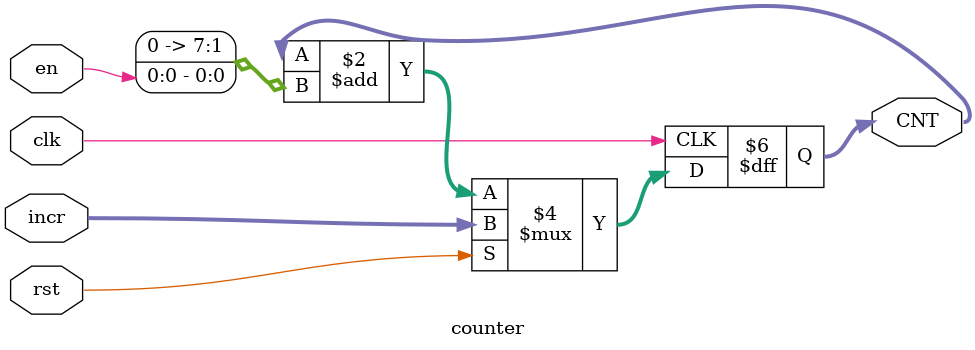
<source format=sv>
module counter #(parameter W = 8)(
    input logic clk,
    input logic en,
    input logic rst,
    input logic [W-1:0] incr,
    output logic [W-1:0] CNT
);

always_ff@(posedge clk)
    if (rst) CNT <= incr;
    else CNT <= CNT + {{W-1{1'b0}}, en};

endmodule



</source>
